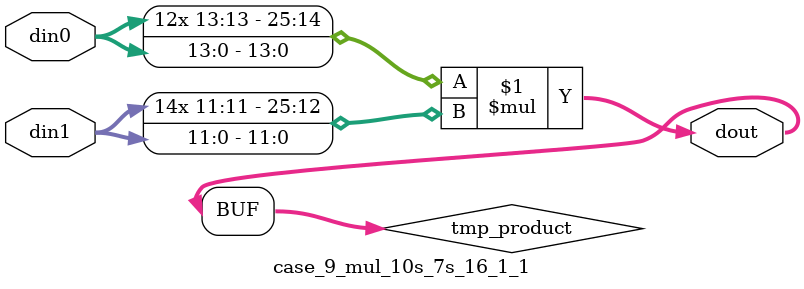
<source format=v>

`timescale 1 ns / 1 ps

 module case_9_mul_10s_7s_16_1_1(din0, din1, dout);
parameter ID = 1;
parameter NUM_STAGE = 0;
parameter din0_WIDTH = 14;
parameter din1_WIDTH = 12;
parameter dout_WIDTH = 26;

input [din0_WIDTH - 1 : 0] din0; 
input [din1_WIDTH - 1 : 0] din1; 
output [dout_WIDTH - 1 : 0] dout;

wire signed [dout_WIDTH - 1 : 0] tmp_product;



























assign tmp_product = $signed(din0) * $signed(din1);








assign dout = tmp_product;





















endmodule

</source>
